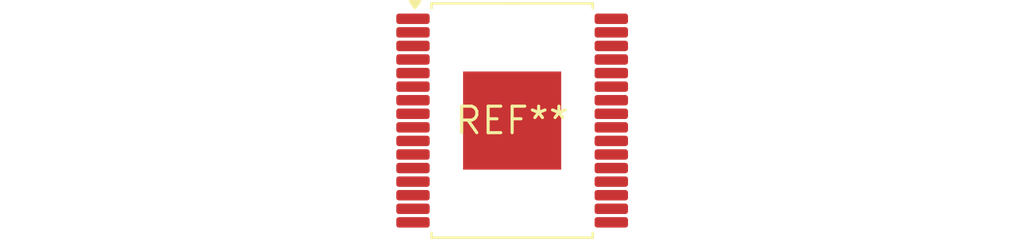
<source format=kicad_pcb>
(kicad_pcb (version 20240108) (generator pcbnew)
  (layers (0 "F.Cu" signal) (31 "B.Cu" signal) (34 "B.Paste" user) (35 "F.Paste" user) (36 "B.SilkS" user "B.Silkscreen") (37 "F.SilkS" user "F.Silkscreen") (38 "B.Mask" user) (39 "F.Mask" user) (44 "Edge.Cuts" user))
  (net 0 "")
  (footprint "HSOP-32-1EP_7.5x11mm_P0.65mm_EP4.7x4.7mm" (layer "F.Cu") (at 0 0)
    (property "Reference" "REF**")
    (property "Value" "HSOP-32-1EP_7.5x11mm_P0.65mm_EP4.7x4.7mm")
    (fp_line (start -3.86 -5.61) (end -3.86 -5.385) (layer "F.SilkS") (stroke (width 0.12)))
    (fp_line (start -3.86 5.61) (end -3.86 5.385) (layer "F.SilkS") (stroke (width 0.12)))
    (fp_line (start 0 -5.61) (end -3.86 -5.61) (layer "F.SilkS") (stroke (width 0.12)))
    (fp_line (start 0 -5.61) (end 3.86 -5.61) (layer "F.SilkS") (stroke (width 0.12)))
    (fp_line (start 0 5.61) (end -3.86 5.61) (layer "F.SilkS") (stroke (width 0.12)))
    (fp_line (start 0 5.61) (end 3.86 5.61) (layer "F.SilkS") (stroke (width 0.12)))
    (fp_line (start 3.86 -5.61) (end 3.86 -5.385) (layer "F.SilkS") (stroke (width 0.12)))
    (fp_line (start 3.86 5.61) (end 3.86 5.385) (layer "F.SilkS") (stroke (width 0.12)))
    (fp_poly (pts (xy -4.65 -5.385) (xy -4.89 -5.715) (xy -4.41 -5.715) (xy -4.65 -5.385)) (layer "F.SilkS") (stroke (width 0.12)) (fill solid))
    (pad "1" smd roundrect (at -4.75 -4.875) (size 1.6 0.5) (layers "F.Cu" "F.Paste" "F.Mask"))
    (pad "2" smd roundrect (at -4.75 -4.225) (size 1.6 0.5) (layers "F.Cu" "F.Paste" "F.Mask"))
    (pad "3" smd roundrect (at -4.75 -3.575) (size 1.6 0.5) (layers "F.Cu" "F.Paste" "F.Mask"))
    (pad "4" smd roundrect (at -4.75 -2.925) (size 1.6 0.5) (layers "F.Cu" "F.Paste" "F.Mask"))
    (pad "5" smd roundrect (at -4.75 -2.275) (size 1.6 0.5) (layers "F.Cu" "F.Paste" "F.Mask"))
    (pad "6" smd roundrect (at -4.75 -1.625) (size 1.6 0.5) (layers "F.Cu" "F.Paste" "F.Mask"))
    (pad "7" smd roundrect (at -4.75 -0.975) (size 1.6 0.5) (layers "F.Cu" "F.Paste" "F.Mask"))
    (pad "8" smd roundrect (at -4.75 -0.325) (size 1.6 0.5) (layers "F.Cu" "F.Paste" "F.Mask"))
    (pad "9" smd roundrect (at -4.75 0.325) (size 1.6 0.5) (layers "F.Cu" "F.Paste" "F.Mask"))
    (pad "10" smd roundrect (at -4.75 0.975) (size 1.6 0.5) (layers "F.Cu" "F.Paste" "F.Mask"))
    (pad "11" smd roundrect (at -4.75 1.625) (size 1.6 0.5) (layers "F.Cu" "F.Paste" "F.Mask"))
    (pad "12" smd roundrect (at -4.75 2.275) (size 1.6 0.5) (layers "F.Cu" "F.Paste" "F.Mask"))
    (pad "13" smd roundrect (at -4.75 2.925) (size 1.6 0.5) (layers "F.Cu" "F.Paste" "F.Mask"))
    (pad "14" smd roundrect (at -4.75 3.575) (size 1.6 0.5) (layers "F.Cu" "F.Paste" "F.Mask"))
    (pad "15" smd roundrect (at -4.75 4.225) (size 1.6 0.5) (layers "F.Cu" "F.Paste" "F.Mask"))
    (pad "16" smd roundrect (at -4.75 4.875) (size 1.6 0.5) (layers "F.Cu" "F.Paste" "F.Mask"))
    (pad "17" smd roundrect (at 4.75 4.875) (size 1.6 0.5) (layers "F.Cu" "F.Paste" "F.Mask"))
    (pad "18" smd roundrect (at 4.75 4.225) (size 1.6 0.5) (layers "F.Cu" "F.Paste" "F.Mask"))
    (pad "19" smd roundrect (at 4.75 3.575) (size 1.6 0.5) (layers "F.Cu" "F.Paste" "F.Mask"))
    (pad "20" smd roundrect (at 4.75 2.925) (size 1.6 0.5) (layers "F.Cu" "F.Paste" "F.Mask"))
    (pad "21" smd roundrect (at 4.75 2.275) (size 1.6 0.5) (layers "F.Cu" "F.Paste" "F.Mask"))
    (pad "22" smd roundrect (at 4.75 1.625) (size 1.6 0.5) (layers "F.Cu" "F.Paste" "F.Mask"))
    (pad "23" smd roundrect (at 4.75 0.975) (size 1.6 0.5) (layers "F.Cu" "F.Paste" "F.Mask"))
    (pad "24" smd roundrect (at 4.75 0.325) (size 1.6 0.5) (layers "F.Cu" "F.Paste" "F.Mask"))
    (pad "25" smd roundrect (at 4.75 -0.325) (size 1.6 0.5) (layers "F.Cu" "F.Paste" "F.Mask"))
    (pad "26" smd roundrect (at 4.75 -0.975) (size 1.6 0.5) (layers "F.Cu" "F.Paste" "F.Mask"))
    (pad "27" smd roundrect (at 4.75 -1.625) (size 1.6 0.5) (layers "F.Cu" "F.Paste" "F.Mask"))
    (pad "28" smd roundrect (at 4.75 -2.275) (size 1.6 0.5) (layers "F.Cu" "F.Paste" "F.Mask"))
    (pad "29" smd roundrect (at 4.75 -2.925) (size 1.6 0.5) (layers "F.Cu" "F.Paste" "F.Mask"))
    (pad "30" smd roundrect (at 4.75 -3.575) (size 1.6 0.5) (layers "F.Cu" "F.Paste" "F.Mask"))
    (pad "31" smd roundrect (at 4.75 -4.225) (size 1.6 0.5) (layers "F.Cu" "F.Paste" "F.Mask"))
    (pad "32" smd roundrect (at 4.75 -4.875) (size 1.6 0.5) (layers "F.Cu" "F.Paste" "F.Mask"))
    (pad "33" smd rect (at 0 0) (size 4.7 4.7) (property pad_prop_heatsink) (layers "F.Cu" "F.Mask"))
  )
)
</source>
